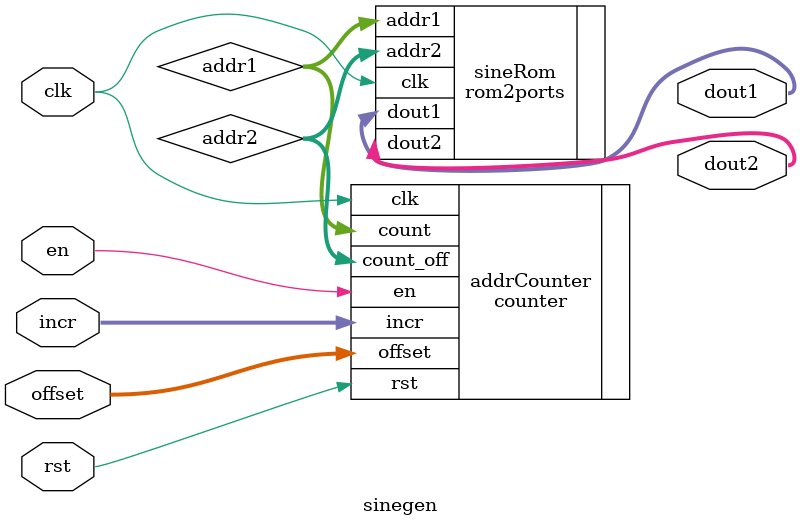
<source format=sv>
module sinegen #(
    parameter   ADDRESS_WIDTH = 8,
                DATA_WIDTH = 8
)(

    input logic clk, //clock
    input logic rst, // reset
    input logic en, // enable
    input logic [DATA_WIDTH-1:0] incr, // increment for addr counter
    input logic [DATA_WIDTH-1:0] offset,
    output logic [DATA_WIDTH-1:0] dout1, // output data
    output logic [DATA_WIDTH-1:0] dout2 // output data
);

logic [ADDRESS_WIDTH-1:0] addr1;
logic [ADDRESS_WIDTH-1:0] addr2;

counter addrCounter ( // intialise the counter module called addrcounter
    .clk (clk),
    .rst (rst),
    .en (en),
    .offset (offset),
    .incr (incr),
    .count (addr1), // left has the internal signals, right has the external signals
    .count_off (addr2)
    // which the whole module can see
);

rom2ports sineRom ( // initialise the rom module called sinerom
    .clk (clk),
    .addr1 (addr1),
    .addr2 (addr2),
    .dout1 (dout1),
    .dout2 (dout2)
);
endmodule

</source>
